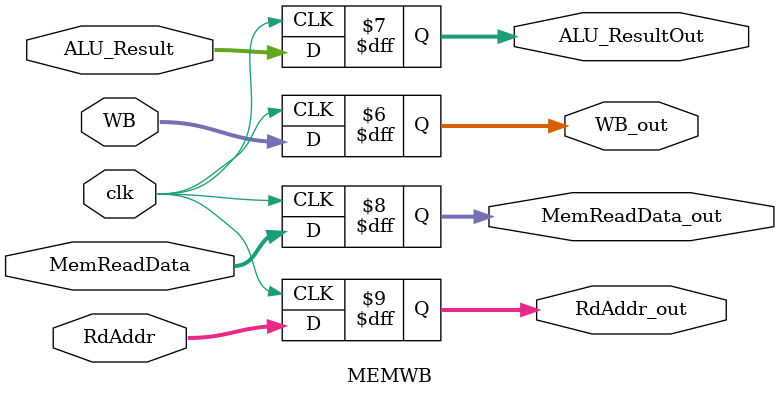
<source format=v>
module MEMWB(clk, WB, ALU_Result, MemReadData, RdAddr, WB_out, ALU_ResultOut, MemReadData_out, RdAddr_out);
	input clk;
	input[1:0] WB;
	input[31:0] ALU_Result, MemReadData;
	input[4:0] RdAddr;
	output reg[1:0] WB_out = 0;
	output reg[31:0] ALU_ResultOut = 0, MemReadData_out = 0;
	output reg[4:0] RdAddr_out = 0;
	always@(posedge clk)begin
		WB_out = WB;
		ALU_ResultOut = ALU_Result;
		MemReadData_out = MemReadData;
		RdAddr_out = RdAddr;
	end
endmodule

</source>
